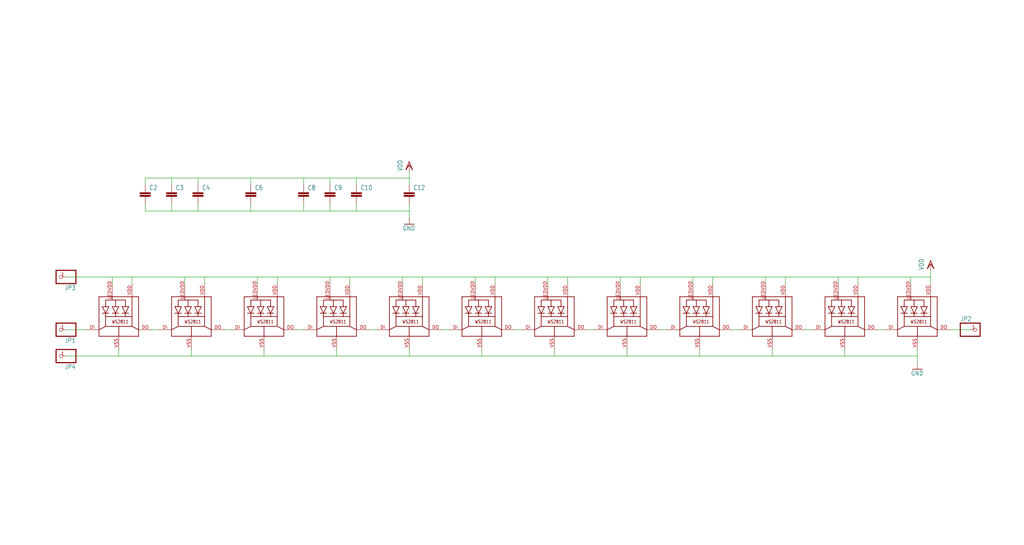
<source format=kicad_sch>
(kicad_sch (version 20230121) (generator eeschema)
  (paper "User" 394.106 210.007)
  (lib_symbols
    (symbol "working-eagle-import:C-EUC0603"
      (property "Reference" "C" (at 1.524 0.381 0))
      (symbol "C-EUC0603_1_0"
        (rectangle (start -2.032 -2.032) (end 2.032 -1.524) (fill (type outline)))
        (rectangle (start -2.032 -1.016) (end 2.032 -0.508) (fill (type outline)))
        (polyline (pts (xy 0 -2.54) (xy 0 -2.032)) (stroke (width 0.1524)))
        (polyline (pts (xy 0 0) (xy 0 -0.508)) (stroke (width 0.1524)))
        (pin passive line (at 0 2.54 270) (length 2.54) (name "1") (number "1"))
        (pin passive line (at 0 -5.08 90) (length 2.54) (name "2") (number "2"))
      )
    )
    (symbol "working-eagle-import:GND" (power)
      (property "Value" "GND" (at -2.54 -2.54 0))
      (symbol "GND_1_0"
        (polyline (pts (xy -1.905 0) (xy 1.905 0)) (stroke (width 0.254)))
        (pin power_in line (at 0 2.54 270) (length 2.54) (name "GND") (number "1"))
      )
    )
    (symbol "working-eagle-import:PINHD-1X1CB"
      (property "Reference" "JP" (at -6.35 3.175 0))
      (symbol "PINHD-1X1CB_1_0"
        (polyline (pts (xy -6.35 -2.54) (xy 1.27 -2.54)) (stroke (width 0.4064)))
        (polyline (pts (xy -6.35 2.54) (xy -6.35 -2.54)) (stroke (width 0.4064)))
        (polyline (pts (xy 1.27 -2.54) (xy 1.27 2.54)) (stroke (width 0.4064)))
        (polyline (pts (xy 1.27 2.54) (xy -6.35 2.54)) (stroke (width 0.4064)))
        (pin passive inverted (at -2.54 0 0) (length 2.54) (name "1") (number "1"))
      )
    )
    (symbol "working-eagle-import:VDD" (power)
      (property "Value" "VDD" (at -2.54 -2.54 90))
      (symbol "VDD_1_0"
        (polyline (pts (xy 0 0) (xy -1.27 -1.905)) (stroke (width 0.254)))
        (polyline (pts (xy 0 1.27) (xy -1.27 -1.905)) (stroke (width 0.254)))
        (polyline (pts (xy 1.27 -1.905) (xy 0 0)) (stroke (width 0.254)))
        (polyline (pts (xy 1.27 -1.905) (xy 0 1.27)) (stroke (width 0.254)))
        (pin power_in line (at 0 -2.54 90) (length 2.54) (name "VDD") (number "1"))
      )
    )
    (symbol "working-eagle-import:WS28115050"
      (symbol "WS28115050_1_0"
        (polyline (pts (xy -7.62 -5.08) (xy 0 -5.08)) (stroke (width 0.254)))
        (polyline (pts (xy -7.62 -2.54) (xy -7.62 -5.08)) (stroke (width 0.254)))
        (polyline (pts (xy -7.62 10.16) (xy -7.62 -2.54)) (stroke (width 0.254)))
        (polyline (pts (xy -6.35 3.81) (xy -5.08 3.81)) (stroke (width 0.254)))
        (polyline (pts (xy -6.35 6.35) (xy -5.08 6.35)) (stroke (width 0.254)))
        (polyline (pts (xy -5.08 -1.27) (xy -7.62 -2.54)) (stroke (width 0.254)))
        (polyline (pts (xy -5.08 -1.27) (xy 0 -1.27)) (stroke (width 0.254)))
        (polyline (pts (xy -5.08 2.54) (xy -5.08 -1.27)) (stroke (width 0.254)))
        (polyline (pts (xy -5.08 3.81) (xy -6.35 6.35)) (stroke (width 0.254)))
        (polyline (pts (xy -5.08 3.81) (xy -5.08 2.54)) (stroke (width 0.254)))
        (polyline (pts (xy -5.08 3.81) (xy -3.81 6.35)) (stroke (width 0.254)))
        (polyline (pts (xy -5.08 6.35) (xy -3.81 6.35)) (stroke (width 0.254)))
        (polyline (pts (xy -5.08 8.89) (xy -5.08 6.35)) (stroke (width 0.254)))
        (polyline (pts (xy -3.81 3.81) (xy -5.08 3.81)) (stroke (width 0.254)))
        (polyline (pts (xy -2.54 3.81) (xy -1.27 3.81)) (stroke (width 0.254)))
        (polyline (pts (xy -2.54 6.35) (xy 0 6.35)) (stroke (width 0.254)))
        (polyline (pts (xy -2.54 8.89) (xy -5.08 8.89)) (stroke (width 0.254)))
        (polyline (pts (xy -2.54 10.16) (xy -7.62 10.16)) (stroke (width 0.254)))
        (polyline (pts (xy -2.54 10.16) (xy -2.54 8.89)) (stroke (width 0.254)))
        (polyline (pts (xy -1.27 2.54) (xy -5.08 2.54)) (stroke (width 0.254)))
        (polyline (pts (xy -1.27 3.81) (xy -2.54 6.35)) (stroke (width 0.254)))
        (polyline (pts (xy -1.27 3.81) (xy -1.27 2.54)) (stroke (width 0.254)))
        (polyline (pts (xy -1.27 3.81) (xy 0 3.81)) (stroke (width 0.254)))
        (polyline (pts (xy -1.27 6.35) (xy -1.27 8.89)) (stroke (width 0.254)))
        (polyline (pts (xy -1.27 8.89) (xy -2.54 8.89)) (stroke (width 0.254)))
        (polyline (pts (xy 0 -5.08) (xy 7.62 -5.08)) (stroke (width 0.254)))
        (polyline (pts (xy 0 -1.27) (xy 0 -5.08)) (stroke (width 0.254)))
        (polyline (pts (xy 0 -1.27) (xy 5.08 -1.27)) (stroke (width 0.254)))
        (polyline (pts (xy 0 6.35) (xy -1.27 3.81)) (stroke (width 0.254)))
        (polyline (pts (xy 1.27 6.35) (xy 2.54 3.81)) (stroke (width 0.254)))
        (polyline (pts (xy 1.27 6.35) (xy 2.54 6.35)) (stroke (width 0.254)))
        (polyline (pts (xy 2.54 2.54) (xy -1.27 2.54)) (stroke (width 0.254)))
        (polyline (pts (xy 2.54 3.81) (xy 1.27 3.81)) (stroke (width 0.254)))
        (polyline (pts (xy 2.54 3.81) (xy 2.54 2.54)) (stroke (width 0.254)))
        (polyline (pts (xy 2.54 3.81) (xy 3.81 3.81)) (stroke (width 0.254)))
        (polyline (pts (xy 2.54 3.81) (xy 3.81 6.35)) (stroke (width 0.254)))
        (polyline (pts (xy 2.54 6.35) (xy 2.54 8.89)) (stroke (width 0.254)))
        (polyline (pts (xy 2.54 8.89) (xy -1.27 8.89)) (stroke (width 0.254)))
        (polyline (pts (xy 3.81 6.35) (xy 2.54 6.35)) (stroke (width 0.254)))
        (polyline (pts (xy 5.08 -1.27) (xy 5.08 2.54)) (stroke (width 0.254)))
        (polyline (pts (xy 5.08 -1.27) (xy 7.62 -2.54)) (stroke (width 0.254)))
        (polyline (pts (xy 5.08 2.54) (xy 2.54 2.54)) (stroke (width 0.254)))
        (polyline (pts (xy 5.08 10.16) (xy -2.54 10.16)) (stroke (width 0.254)))
        (polyline (pts (xy 5.08 10.16) (xy 5.08 2.54)) (stroke (width 0.254)))
        (polyline (pts (xy 7.62 -5.08) (xy 7.62 -2.54)) (stroke (width 0.254)))
        (polyline (pts (xy 7.62 -2.54) (xy 7.62 10.16)) (stroke (width 0.254)))
        (polyline (pts (xy 7.62 10.16) (xy 5.08 10.16)) (stroke (width 0.254)))
        (text "WS2811" (at 3.81 1.27 0) (effects (font (size 1.27 1.0795)) (justify right top)))
        (pin input line (at -12.7 -2.54 0) (length 5.08) (name "DI") (number "DI"))
        (pin output line (at 12.7 -2.54 180) (length 5.08) (name "DO") (number "DO"))
        (pin power_in line (at -2.54 15.24 270) (length 5.08) (name "LEDVDD") (number "LEDVDD"))
        (pin power_in line (at 5.08 15.24 270) (length 5.08) (name "VDD") (number "VDD"))
        (pin power_in line (at 0 -10.16 90) (length 5.08) (name "GND") (number "VSS"))
      )
    )
  )
  (wire (pts (xy 238.76 109.22) (xy 238.76 106.68)) (stroke (width 0.1524)))
  (wire (pts (xy 127 68.58) (xy 116.84 68.58)) (stroke (width 0.1524)))
  (wire (pts (xy 101.6 137.16) (xy 101.6 134.62)) (stroke (width 0.1524)))
  (wire (pts (xy 137.16 81.28) (xy 137.16 78.74)) (stroke (width 0.1524)))
  (wire (pts (xy 154.94 109.22) (xy 154.94 106.68)) (stroke (width 0.1524)))
  (wire (pts (xy 325.12 137.16) (xy 325.12 134.62)) (stroke (width 0.1524)))
  (wire (pts (xy 157.48 68.58) (xy 157.48 66.04)) (stroke (width 0.1524)))
  (wire (pts (xy 297.18 137.16) (xy 269.24 137.16)) (stroke (width 0.1524)))
  (wire (pts (xy 137.16 68.58) (xy 127 68.58)) (stroke (width 0.1524)))
  (wire (pts (xy 127 81.28) (xy 116.84 81.28)) (stroke (width 0.1524)))
  (wire (pts (xy 76.2 81.28) (xy 66.04 81.28)) (stroke (width 0.1524)))
  (wire (pts (xy 127 71.12) (xy 127 68.58)) (stroke (width 0.1524)))
  (wire (pts (xy 294.64 106.68) (xy 274.32 106.68)) (stroke (width 0.1524)))
  (wire (pts (xy 218.44 109.22) (xy 218.44 106.68)) (stroke (width 0.1524)))
  (wire (pts (xy 73.66 137.16) (xy 73.66 134.62)) (stroke (width 0.1524)))
  (wire (pts (xy 172.72 127) (xy 170.18 127)) (stroke (width 0.1524)))
  (wire (pts (xy 241.3 137.16) (xy 241.3 134.62)) (stroke (width 0.1524)))
  (wire (pts (xy 43.18 106.68) (xy 43.18 109.22)) (stroke (width 0.1524)))
  (wire (pts (xy 134.62 106.68) (xy 127 106.68)) (stroke (width 0.1524)))
  (wire (pts (xy 99.06 109.22) (xy 99.06 106.68)) (stroke (width 0.1524)))
  (wire (pts (xy 162.56 109.22) (xy 162.56 106.68)) (stroke (width 0.1524)))
  (wire (pts (xy 246.38 109.22) (xy 246.38 106.68)) (stroke (width 0.1524)))
  (wire (pts (xy 127 106.68) (xy 106.68 106.68)) (stroke (width 0.1524)))
  (wire (pts (xy 50.8 106.68) (xy 43.18 106.68)) (stroke (width 0.1524)))
  (wire (pts (xy 322.58 109.22) (xy 322.58 106.68)) (stroke (width 0.1524)))
  (wire (pts (xy 210.82 106.68) (xy 190.5 106.68)) (stroke (width 0.1524)))
  (wire (pts (xy 200.66 127) (xy 198.12 127)) (stroke (width 0.1524)))
  (wire (pts (xy 302.26 109.22) (xy 302.26 106.68)) (stroke (width 0.1524)))
  (wire (pts (xy 25.4 137.16) (xy 45.72 137.16)) (stroke (width 0.1524)))
  (wire (pts (xy 55.88 81.28) (xy 55.88 78.74)) (stroke (width 0.1524)))
  (wire (pts (xy 78.74 109.22) (xy 78.74 106.68)) (stroke (width 0.1524)))
  (wire (pts (xy 88.9 127) (xy 86.36 127)) (stroke (width 0.1524)))
  (wire (pts (xy 297.18 137.16) (xy 297.18 134.62)) (stroke (width 0.1524)))
  (wire (pts (xy 129.54 137.16) (xy 129.54 134.62)) (stroke (width 0.1524)))
  (wire (pts (xy 322.58 106.68) (xy 302.26 106.68)) (stroke (width 0.1524)))
  (wire (pts (xy 162.56 106.68) (xy 154.94 106.68)) (stroke (width 0.1524)))
  (wire (pts (xy 116.84 81.28) (xy 96.52 81.28)) (stroke (width 0.1524)))
  (wire (pts (xy 76.2 81.28) (xy 76.2 78.74)) (stroke (width 0.1524)))
  (wire (pts (xy 213.36 137.16) (xy 185.42 137.16)) (stroke (width 0.1524)))
  (wire (pts (xy 266.7 106.68) (xy 246.38 106.68)) (stroke (width 0.1524)))
  (wire (pts (xy 66.04 68.58) (xy 55.88 68.58)) (stroke (width 0.1524)))
  (wire (pts (xy 274.32 106.68) (xy 266.7 106.68)) (stroke (width 0.1524)))
  (wire (pts (xy 154.94 106.68) (xy 134.62 106.68)) (stroke (width 0.1524)))
  (wire (pts (xy 353.06 134.62) (xy 353.06 137.16)) (stroke (width 0.1524)))
  (wire (pts (xy 76.2 68.58) (xy 66.04 68.58)) (stroke (width 0.1524)))
  (wire (pts (xy 358.14 106.68) (xy 350.52 106.68)) (stroke (width 0.1524)))
  (wire (pts (xy 129.54 137.16) (xy 101.6 137.16)) (stroke (width 0.1524)))
  (wire (pts (xy 137.16 71.12) (xy 137.16 68.58)) (stroke (width 0.1524)))
  (wire (pts (xy 350.52 106.68) (xy 330.2 106.68)) (stroke (width 0.1524)))
  (wire (pts (xy 60.96 127) (xy 58.42 127)) (stroke (width 0.1524)))
  (wire (pts (xy 25.4 106.68) (xy 43.18 106.68)) (stroke (width 0.1524)))
  (wire (pts (xy 330.2 109.22) (xy 330.2 106.68)) (stroke (width 0.1524)))
  (wire (pts (xy 157.48 81.28) (xy 157.48 83.82)) (stroke (width 0.1524)))
  (wire (pts (xy 71.12 109.22) (xy 71.12 106.68)) (stroke (width 0.1524)))
  (wire (pts (xy 330.2 106.68) (xy 322.58 106.68)) (stroke (width 0.1524)))
  (wire (pts (xy 116.84 81.28) (xy 116.84 78.74)) (stroke (width 0.1524)))
  (wire (pts (xy 325.12 137.16) (xy 297.18 137.16)) (stroke (width 0.1524)))
  (wire (pts (xy 76.2 71.12) (xy 76.2 68.58)) (stroke (width 0.1524)))
  (wire (pts (xy 66.04 81.28) (xy 66.04 78.74)) (stroke (width 0.1524)))
  (wire (pts (xy 55.88 71.12) (xy 55.88 68.58)) (stroke (width 0.1524)))
  (wire (pts (xy 182.88 109.22) (xy 182.88 106.68)) (stroke (width 0.1524)))
  (wire (pts (xy 78.74 106.68) (xy 71.12 106.68)) (stroke (width 0.1524)))
  (wire (pts (xy 213.36 137.16) (xy 213.36 134.62)) (stroke (width 0.1524)))
  (wire (pts (xy 241.3 137.16) (xy 213.36 137.16)) (stroke (width 0.1524)))
  (wire (pts (xy 127 81.28) (xy 127 78.74)) (stroke (width 0.1524)))
  (wire (pts (xy 157.48 71.12) (xy 157.48 68.58)) (stroke (width 0.1524)))
  (wire (pts (xy 101.6 137.16) (xy 73.66 137.16)) (stroke (width 0.1524)))
  (wire (pts (xy 73.66 137.16) (xy 45.72 137.16)) (stroke (width 0.1524)))
  (wire (pts (xy 96.52 71.12) (xy 96.52 68.58)) (stroke (width 0.1524)))
  (wire (pts (xy 134.62 109.22) (xy 134.62 106.68)) (stroke (width 0.1524)))
  (wire (pts (xy 157.48 68.58) (xy 137.16 68.58)) (stroke (width 0.1524)))
  (wire (pts (xy 373.38 127) (xy 365.76 127)) (stroke (width 0.1524)))
  (wire (pts (xy 137.16 81.28) (xy 127 81.28)) (stroke (width 0.1524)))
  (wire (pts (xy 144.78 127) (xy 142.24 127)) (stroke (width 0.1524)))
  (wire (pts (xy 96.52 81.28) (xy 76.2 81.28)) (stroke (width 0.1524)))
  (wire (pts (xy 309.88 127) (xy 312.42 127)) (stroke (width 0.1524)))
  (wire (pts (xy 226.06 127) (xy 228.6 127)) (stroke (width 0.1524)))
  (wire (pts (xy 218.44 106.68) (xy 210.82 106.68)) (stroke (width 0.1524)))
  (wire (pts (xy 190.5 106.68) (xy 182.88 106.68)) (stroke (width 0.1524)))
  (wire (pts (xy 66.04 81.28) (xy 55.88 81.28)) (stroke (width 0.1524)))
  (wire (pts (xy 266.7 109.22) (xy 266.7 106.68)) (stroke (width 0.1524)))
  (wire (pts (xy 238.76 106.68) (xy 218.44 106.68)) (stroke (width 0.1524)))
  (wire (pts (xy 157.48 78.74) (xy 157.48 81.28)) (stroke (width 0.1524)))
  (wire (pts (xy 269.24 137.16) (xy 241.3 137.16)) (stroke (width 0.1524)))
  (wire (pts (xy 116.84 71.12) (xy 116.84 68.58)) (stroke (width 0.1524)))
  (wire (pts (xy 127 109.22) (xy 127 106.68)) (stroke (width 0.1524)))
  (wire (pts (xy 96.52 81.28) (xy 96.52 78.74)) (stroke (width 0.1524)))
  (wire (pts (xy 302.26 106.68) (xy 294.64 106.68)) (stroke (width 0.1524)))
  (wire (pts (xy 157.48 137.16) (xy 129.54 137.16)) (stroke (width 0.1524)))
  (wire (pts (xy 45.72 137.16) (xy 45.72 134.62)) (stroke (width 0.1524)))
  (wire (pts (xy 25.4 127) (xy 33.02 127)) (stroke (width 0.1524)))
  (wire (pts (xy 246.38 106.68) (xy 238.76 106.68)) (stroke (width 0.1524)))
  (wire (pts (xy 358.14 106.68) (xy 358.14 104.14)) (stroke (width 0.1524)))
  (wire (pts (xy 185.42 137.16) (xy 185.42 134.62)) (stroke (width 0.1524)))
  (wire (pts (xy 182.88 106.68) (xy 162.56 106.68)) (stroke (width 0.1524)))
  (wire (pts (xy 66.04 71.12) (xy 66.04 68.58)) (stroke (width 0.1524)))
  (wire (pts (xy 157.48 137.16) (xy 157.48 134.62)) (stroke (width 0.1524)))
  (wire (pts (xy 353.06 137.16) (xy 353.06 139.7)) (stroke (width 0.1524)))
  (wire (pts (xy 269.24 137.16) (xy 269.24 134.62)) (stroke (width 0.1524)))
  (wire (pts (xy 254 127) (xy 256.54 127)) (stroke (width 0.1524)))
  (wire (pts (xy 96.52 68.58) (xy 76.2 68.58)) (stroke (width 0.1524)))
  (wire (pts (xy 71.12 106.68) (xy 50.8 106.68)) (stroke (width 0.1524)))
  (wire (pts (xy 190.5 109.22) (xy 190.5 106.68)) (stroke (width 0.1524)))
  (wire (pts (xy 274.32 109.22) (xy 274.32 106.68)) (stroke (width 0.1524)))
  (wire (pts (xy 358.14 109.22) (xy 358.14 106.68)) (stroke (width 0.1524)))
  (wire (pts (xy 50.8 109.22) (xy 50.8 106.68)) (stroke (width 0.1524)))
  (wire (pts (xy 353.06 137.16) (xy 325.12 137.16)) (stroke (width 0.1524)))
  (wire (pts (xy 337.82 127) (xy 340.36 127)) (stroke (width 0.1524)))
  (wire (pts (xy 99.06 106.68) (xy 78.74 106.68)) (stroke (width 0.1524)))
  (wire (pts (xy 350.52 109.22) (xy 350.52 106.68)) (stroke (width 0.1524)))
  (wire (pts (xy 157.48 81.28) (xy 137.16 81.28)) (stroke (width 0.1524)))
  (wire (pts (xy 185.42 137.16) (xy 157.48 137.16)) (stroke (width 0.1524)))
  (wire (pts (xy 116.84 68.58) (xy 96.52 68.58)) (stroke (width 0.1524)))
  (wire (pts (xy 116.84 127) (xy 114.3 127)) (stroke (width 0.1524)))
  (wire (pts (xy 106.68 109.22) (xy 106.68 106.68)) (stroke (width 0.1524)))
  (wire (pts (xy 281.94 127) (xy 284.48 127)) (stroke (width 0.1524)))
  (wire (pts (xy 210.82 109.22) (xy 210.82 106.68)) (stroke (width 0.1524)))
  (wire (pts (xy 294.64 109.22) (xy 294.64 106.68)) (stroke (width 0.1524)))
  (wire (pts (xy 106.68 106.68) (xy 99.06 106.68)) (stroke (width 0.1524)))
  (symbol (lib_id "working-eagle-import:C-EUC0603") (at 116.84 73.66 0) (unit 1)
    (property "Reference" "C8" (at 118.364 73.279 0) (effects (font (size 1.778 1.5113)) (justify left bottom)))
    (property "Value" "C-EUC0603" (effects hide))
    (property "Footprint" "working:C0603" (effects hide))
  )
  (symbol (lib_id "working-eagle-import:C-EUC0603") (at 127 73.66 0) (unit 1)
    (property "Reference" "C9" (at 128.524 73.279 0) (effects (font (size 1.778 1.5113)) (justify left bottom)))
    (property "Value" "C-EUC0603" (effects hide))
    (property "Footprint" "working:C0603" (effects hide))
  )
  (symbol (lib_id "working-eagle-import:PINHD-1X1CB") (at 22.86 127 180) (unit 1)
    (property "Reference" "JP1" (at 29.21 130.175 0) (effects (font (size 1.778 1.5113)) (justify left bottom)))
    (property "Value" "PINHD-1X1CB" (effects hide))
    (property "Footprint" "working:1X01-CLEANBIG" (effects hide))
  )
  (symbol (lib_id "working-eagle-import:PINHD-1X1CB") (at 375.92 127 0) (unit 1)
    (property "Reference" "JP2" (at 369.57 123.825 0) (effects (font (size 1.778 1.5113)) (justify left bottom)))
    (property "Value" "PINHD-1X1CB" (effects hide))
    (property "Footprint" "working:1X01-CLEANBIG" (effects hide))
  )
  (symbol (lib_id "working-eagle-import:WS28115050") (at 241.3 124.46 0) (unit 1)
    (property "Reference" "LED8" (effects hide))
    (property "Value" "WS28115050" (effects hide))
    (property "Footprint" "working:WS28115050" (effects hide))
  )
  (symbol (lib_id "working-eagle-import:WS28115050") (at 185.42 124.46 0) (unit 1)
    (property "Reference" "LED6" (effects hide))
    (property "Value" "WS28115050" (effects hide))
    (property "Footprint" "working:WS28115050" (effects hide))
  )
  (symbol (lib_id "working-eagle-import:GND") (at 353.06 142.24 0) (unit 1)
    (property "Reference" "#GND1" (effects hide))
    (property "Value" "GND" (at 350.52 144.78 0) (effects (font (size 1.778 1.5113)) (justify left bottom)))
  )
  (symbol (lib_id "working-eagle-import:WS28115050") (at 269.24 124.46 0) (unit 1)
    (property "Reference" "LED9" (effects hide))
    (property "Value" "WS28115050" (effects hide))
    (property "Footprint" "working:WS28115050" (effects hide))
  )
  (symbol (lib_id "working-eagle-import:VDD") (at 157.48 63.5 0) (unit 1)
    (property "Reference" "#VDD2" (effects hide))
    (property "Value" "VDD" (at 154.94 66.04 90) (effects (font (size 1.778 1.5113)) (justify left bottom)))
  )
  (symbol (lib_id "working-eagle-import:WS28115050") (at 73.66 124.46 0) (unit 1)
    (property "Reference" "LED2" (effects hide))
    (property "Value" "WS28115050" (effects hide))
    (property "Footprint" "working:WS28115050" (effects hide))
  )
  (symbol (lib_id "working-eagle-import:WS28115050") (at 213.36 124.46 0) (unit 1)
    (property "Reference" "LED7" (effects hide))
    (property "Value" "WS28115050" (effects hide))
    (property "Footprint" "working:WS28115050" (effects hide))
  )
  (symbol (lib_id "working-eagle-import:WS28115050") (at 297.18 124.46 0) (unit 1)
    (property "Reference" "LED10" (effects hide))
    (property "Value" "WS28115050" (effects hide))
    (property "Footprint" "working:WS28115050" (effects hide))
  )
  (symbol (lib_id "working-eagle-import:C-EUC0603") (at 137.16 73.66 0) (unit 1)
    (property "Reference" "C10" (at 138.684 73.279 0) (effects (font (size 1.778 1.5113)) (justify left bottom)))
    (property "Value" "C-EUC0603" (effects hide))
    (property "Footprint" "working:C0603" (effects hide))
  )
  (symbol (lib_id "working-eagle-import:PINHD-1X1CB") (at 22.86 106.68 180) (unit 1)
    (property "Reference" "JP3" (at 29.21 109.855 0) (effects (font (size 1.778 1.5113)) (justify left bottom)))
    (property "Value" "PINHD-1X1CB" (effects hide))
    (property "Footprint" "working:1X01-CLEANBIG" (effects hide))
  )
  (symbol (lib_id "working-eagle-import:C-EUC0603") (at 76.2 73.66 0) (unit 1)
    (property "Reference" "C4" (at 77.724 73.279 0) (effects (font (size 1.778 1.5113)) (justify left bottom)))
    (property "Value" "C-EUC0603" (effects hide))
    (property "Footprint" "working:C0603" (effects hide))
  )
  (symbol (lib_id "working-eagle-import:C-EUC0603") (at 157.48 73.66 0) (unit 1)
    (property "Reference" "C12" (at 159.004 73.279 0) (effects (font (size 1.778 1.5113)) (justify left bottom)))
    (property "Value" "C-EUC0603" (effects hide))
    (property "Footprint" "working:C0603" (effects hide))
  )
  (symbol (lib_id "working-eagle-import:C-EUC0603") (at 96.52 73.66 0) (unit 1)
    (property "Reference" "C6" (at 98.044 73.279 0) (effects (font (size 1.778 1.5113)) (justify left bottom)))
    (property "Value" "C-EUC0603" (effects hide))
    (property "Footprint" "working:C0603" (effects hide))
  )
  (symbol (lib_id "working-eagle-import:WS28115050") (at 157.48 124.46 0) (unit 1)
    (property "Reference" "LED5" (effects hide))
    (property "Value" "WS28115050" (effects hide))
    (property "Footprint" "working:WS28115050" (effects hide))
  )
  (symbol (lib_id "working-eagle-import:WS28115050") (at 45.72 124.46 0) (unit 1)
    (property "Reference" "LED1" (effects hide))
    (property "Value" "WS28115050" (effects hide))
    (property "Footprint" "working:WS28115050" (effects hide))
  )
  (symbol (lib_id "working-eagle-import:PINHD-1X1CB") (at 22.86 137.16 180) (unit 1)
    (property "Reference" "JP4" (at 29.21 140.335 0) (effects (font (size 1.778 1.5113)) (justify left bottom)))
    (property "Value" "PINHD-1X1CB" (effects hide))
    (property "Footprint" "working:1X01-CLEANBIG" (effects hide))
  )
  (symbol (lib_id "working-eagle-import:C-EUC0603") (at 66.04 73.66 0) (unit 1)
    (property "Reference" "C3" (at 67.564 73.279 0) (effects (font (size 1.778 1.5113)) (justify left bottom)))
    (property "Value" "C-EUC0603" (effects hide))
    (property "Footprint" "working:C0603" (effects hide))
  )
  (symbol (lib_id "working-eagle-import:WS28115050") (at 325.12 124.46 0) (unit 1)
    (property "Reference" "LED11" (effects hide))
    (property "Value" "WS28115050" (effects hide))
    (property "Footprint" "working:WS28115050" (effects hide))
  )
  (symbol (lib_id "working-eagle-import:VDD") (at 358.14 101.6 0) (unit 1)
    (property "Reference" "#VDD1" (effects hide))
    (property "Value" "VDD" (at 355.6 104.14 90) (effects (font (size 1.778 1.5113)) (justify left bottom)))
  )
  (symbol (lib_id "working-eagle-import:WS28115050") (at 353.06 124.46 0) (unit 1)
    (property "Reference" "LED12" (effects hide))
    (property "Value" "WS28115050" (effects hide))
    (property "Footprint" "working:WS28115050" (effects hide))
  )
  (symbol (lib_id "working-eagle-import:GND") (at 157.48 86.36 0) (unit 1)
    (property "Reference" "#GND2" (effects hide))
    (property "Value" "GND" (at 154.94 88.9 0) (effects (font (size 1.778 1.5113)) (justify left bottom)))
  )
  (symbol (lib_id "working-eagle-import:C-EUC0603") (at 55.88 73.66 0) (unit 1)
    (property "Reference" "C2" (at 57.404 73.279 0) (effects (font (size 1.778 1.5113)) (justify left bottom)))
    (property "Value" "C-EUC0603" (effects hide))
    (property "Footprint" "working:C0603" (effects hide))
  )
  (symbol (lib_id "working-eagle-import:WS28115050") (at 101.6 124.46 0) (unit 1)
    (property "Reference" "LED3" (effects hide))
    (property "Value" "WS28115050" (effects hide))
    (property "Footprint" "working:WS28115050" (effects hide))
  )
  (symbol (lib_id "working-eagle-import:WS28115050") (at 129.54 124.46 0) (unit 1)
    (property "Reference" "LED4" (effects hide))
    (property "Value" "WS28115050" (effects hide))
    (property "Footprint" "working:WS28115050" (effects hide))
  )
)
</source>
